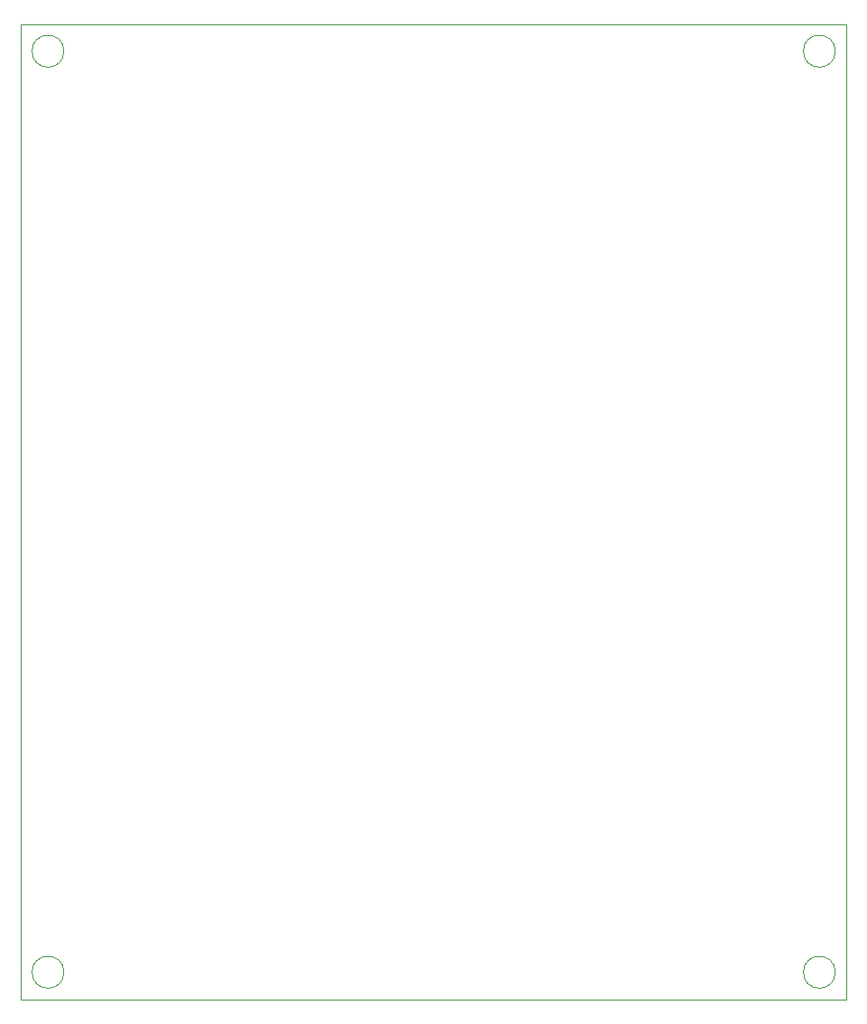
<source format=gbr>
G04 #@! TF.GenerationSoftware,KiCad,Pcbnew,(5.1.2)-2*
G04 #@! TF.CreationDate,2019-07-03T22:27:51+02:00*
G04 #@! TF.ProjectId,FGINT-V3-OUT256,4647494e-542d-4563-932d-4f5554323536,rev?*
G04 #@! TF.SameCoordinates,Original*
G04 #@! TF.FileFunction,Profile,NP*
%FSLAX46Y46*%
G04 Gerber Fmt 4.6, Leading zero omitted, Abs format (unit mm)*
G04 Created by KiCad (PCBNEW (5.1.2)-2) date 2019-07-03 22:27:51*
%MOMM*%
%LPD*%
G04 APERTURE LIST*
%ADD10C,0.050000*%
G04 APERTURE END LIST*
D10*
X139930000Y-115570000D02*
G75*
G03X139930000Y-115570000I-1500000J0D01*
G01*
X67540000Y-115570000D02*
G75*
G03X67540000Y-115570000I-1500000J0D01*
G01*
X67540000Y-29210000D02*
G75*
G03X67540000Y-29210000I-1500000J0D01*
G01*
X139930000Y-29210000D02*
G75*
G03X139930000Y-29210000I-1500000J0D01*
G01*
X63500000Y-26670000D02*
X63500000Y-118110000D01*
X140970000Y-26670000D02*
X63500000Y-26670000D01*
X140970000Y-118110000D02*
X140970000Y-26670000D01*
X140970000Y-118110000D02*
X63500000Y-118110000D01*
M02*

</source>
